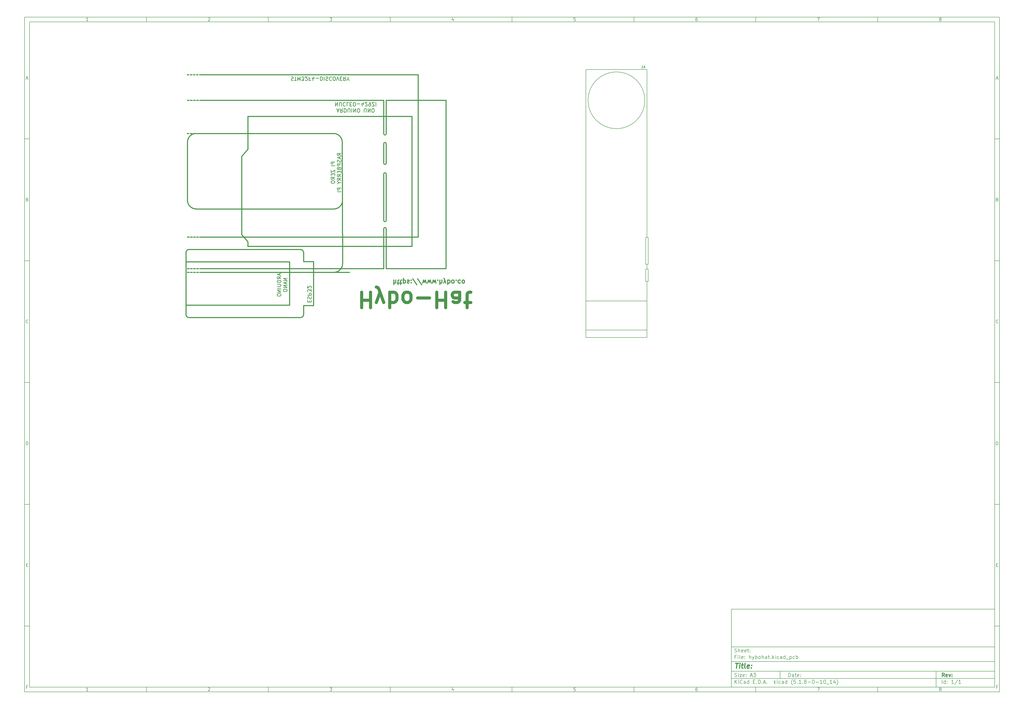
<source format=gbr>
G04 #@! TF.GenerationSoftware,KiCad,Pcbnew,(5.1.8-0-10_14)*
G04 #@! TF.CreationDate,2020-11-12T14:08:57+09:00*
G04 #@! TF.ProjectId,hybohat,6879626f-6861-4742-9e6b-696361645f70,rev?*
G04 #@! TF.SameCoordinates,Original*
G04 #@! TF.FileFunction,Legend,Bot*
G04 #@! TF.FilePolarity,Positive*
%FSLAX46Y46*%
G04 Gerber Fmt 4.6, Leading zero omitted, Abs format (unit mm)*
G04 Created by KiCad (PCBNEW (5.1.8-0-10_14)) date 2020-11-12 14:08:57*
%MOMM*%
%LPD*%
G01*
G04 APERTURE LIST*
%ADD10C,0.100000*%
%ADD11C,0.150000*%
%ADD12C,0.300000*%
%ADD13C,0.400000*%
%ADD14C,0.381000*%
%ADD15C,0.254000*%
%ADD16C,1.270000*%
%ADD17C,0.200000*%
G04 APERTURE END LIST*
D10*
D11*
X299989000Y-253002200D02*
X299989000Y-285002200D01*
X407989000Y-285002200D01*
X407989000Y-253002200D01*
X299989000Y-253002200D01*
D10*
D11*
X10000000Y-10000000D02*
X10000000Y-287002200D01*
X409989000Y-287002200D01*
X409989000Y-10000000D01*
X10000000Y-10000000D01*
D10*
D11*
X12000000Y-12000000D02*
X12000000Y-285002200D01*
X407989000Y-285002200D01*
X407989000Y-12000000D01*
X12000000Y-12000000D01*
D10*
D11*
X60000000Y-12000000D02*
X60000000Y-10000000D01*
D10*
D11*
X110000000Y-12000000D02*
X110000000Y-10000000D01*
D10*
D11*
X160000000Y-12000000D02*
X160000000Y-10000000D01*
D10*
D11*
X210000000Y-12000000D02*
X210000000Y-10000000D01*
D10*
D11*
X260000000Y-12000000D02*
X260000000Y-10000000D01*
D10*
D11*
X310000000Y-12000000D02*
X310000000Y-10000000D01*
D10*
D11*
X360000000Y-12000000D02*
X360000000Y-10000000D01*
D10*
D11*
X36065476Y-11588095D02*
X35322619Y-11588095D01*
X35694047Y-11588095D02*
X35694047Y-10288095D01*
X35570238Y-10473809D01*
X35446428Y-10597619D01*
X35322619Y-10659523D01*
D10*
D11*
X85322619Y-10411904D02*
X85384523Y-10350000D01*
X85508333Y-10288095D01*
X85817857Y-10288095D01*
X85941666Y-10350000D01*
X86003571Y-10411904D01*
X86065476Y-10535714D01*
X86065476Y-10659523D01*
X86003571Y-10845238D01*
X85260714Y-11588095D01*
X86065476Y-11588095D01*
D10*
D11*
X135260714Y-10288095D02*
X136065476Y-10288095D01*
X135632142Y-10783333D01*
X135817857Y-10783333D01*
X135941666Y-10845238D01*
X136003571Y-10907142D01*
X136065476Y-11030952D01*
X136065476Y-11340476D01*
X136003571Y-11464285D01*
X135941666Y-11526190D01*
X135817857Y-11588095D01*
X135446428Y-11588095D01*
X135322619Y-11526190D01*
X135260714Y-11464285D01*
D10*
D11*
X185941666Y-10721428D02*
X185941666Y-11588095D01*
X185632142Y-10226190D02*
X185322619Y-11154761D01*
X186127380Y-11154761D01*
D10*
D11*
X236003571Y-10288095D02*
X235384523Y-10288095D01*
X235322619Y-10907142D01*
X235384523Y-10845238D01*
X235508333Y-10783333D01*
X235817857Y-10783333D01*
X235941666Y-10845238D01*
X236003571Y-10907142D01*
X236065476Y-11030952D01*
X236065476Y-11340476D01*
X236003571Y-11464285D01*
X235941666Y-11526190D01*
X235817857Y-11588095D01*
X235508333Y-11588095D01*
X235384523Y-11526190D01*
X235322619Y-11464285D01*
D10*
D11*
X285941666Y-10288095D02*
X285694047Y-10288095D01*
X285570238Y-10350000D01*
X285508333Y-10411904D01*
X285384523Y-10597619D01*
X285322619Y-10845238D01*
X285322619Y-11340476D01*
X285384523Y-11464285D01*
X285446428Y-11526190D01*
X285570238Y-11588095D01*
X285817857Y-11588095D01*
X285941666Y-11526190D01*
X286003571Y-11464285D01*
X286065476Y-11340476D01*
X286065476Y-11030952D01*
X286003571Y-10907142D01*
X285941666Y-10845238D01*
X285817857Y-10783333D01*
X285570238Y-10783333D01*
X285446428Y-10845238D01*
X285384523Y-10907142D01*
X285322619Y-11030952D01*
D10*
D11*
X335260714Y-10288095D02*
X336127380Y-10288095D01*
X335570238Y-11588095D01*
D10*
D11*
X385570238Y-10845238D02*
X385446428Y-10783333D01*
X385384523Y-10721428D01*
X385322619Y-10597619D01*
X385322619Y-10535714D01*
X385384523Y-10411904D01*
X385446428Y-10350000D01*
X385570238Y-10288095D01*
X385817857Y-10288095D01*
X385941666Y-10350000D01*
X386003571Y-10411904D01*
X386065476Y-10535714D01*
X386065476Y-10597619D01*
X386003571Y-10721428D01*
X385941666Y-10783333D01*
X385817857Y-10845238D01*
X385570238Y-10845238D01*
X385446428Y-10907142D01*
X385384523Y-10969047D01*
X385322619Y-11092857D01*
X385322619Y-11340476D01*
X385384523Y-11464285D01*
X385446428Y-11526190D01*
X385570238Y-11588095D01*
X385817857Y-11588095D01*
X385941666Y-11526190D01*
X386003571Y-11464285D01*
X386065476Y-11340476D01*
X386065476Y-11092857D01*
X386003571Y-10969047D01*
X385941666Y-10907142D01*
X385817857Y-10845238D01*
D10*
D11*
X60000000Y-285002200D02*
X60000000Y-287002200D01*
D10*
D11*
X110000000Y-285002200D02*
X110000000Y-287002200D01*
D10*
D11*
X160000000Y-285002200D02*
X160000000Y-287002200D01*
D10*
D11*
X210000000Y-285002200D02*
X210000000Y-287002200D01*
D10*
D11*
X260000000Y-285002200D02*
X260000000Y-287002200D01*
D10*
D11*
X310000000Y-285002200D02*
X310000000Y-287002200D01*
D10*
D11*
X360000000Y-285002200D02*
X360000000Y-287002200D01*
D10*
D11*
X36065476Y-286590295D02*
X35322619Y-286590295D01*
X35694047Y-286590295D02*
X35694047Y-285290295D01*
X35570238Y-285476009D01*
X35446428Y-285599819D01*
X35322619Y-285661723D01*
D10*
D11*
X85322619Y-285414104D02*
X85384523Y-285352200D01*
X85508333Y-285290295D01*
X85817857Y-285290295D01*
X85941666Y-285352200D01*
X86003571Y-285414104D01*
X86065476Y-285537914D01*
X86065476Y-285661723D01*
X86003571Y-285847438D01*
X85260714Y-286590295D01*
X86065476Y-286590295D01*
D10*
D11*
X135260714Y-285290295D02*
X136065476Y-285290295D01*
X135632142Y-285785533D01*
X135817857Y-285785533D01*
X135941666Y-285847438D01*
X136003571Y-285909342D01*
X136065476Y-286033152D01*
X136065476Y-286342676D01*
X136003571Y-286466485D01*
X135941666Y-286528390D01*
X135817857Y-286590295D01*
X135446428Y-286590295D01*
X135322619Y-286528390D01*
X135260714Y-286466485D01*
D10*
D11*
X185941666Y-285723628D02*
X185941666Y-286590295D01*
X185632142Y-285228390D02*
X185322619Y-286156961D01*
X186127380Y-286156961D01*
D10*
D11*
X236003571Y-285290295D02*
X235384523Y-285290295D01*
X235322619Y-285909342D01*
X235384523Y-285847438D01*
X235508333Y-285785533D01*
X235817857Y-285785533D01*
X235941666Y-285847438D01*
X236003571Y-285909342D01*
X236065476Y-286033152D01*
X236065476Y-286342676D01*
X236003571Y-286466485D01*
X235941666Y-286528390D01*
X235817857Y-286590295D01*
X235508333Y-286590295D01*
X235384523Y-286528390D01*
X235322619Y-286466485D01*
D10*
D11*
X285941666Y-285290295D02*
X285694047Y-285290295D01*
X285570238Y-285352200D01*
X285508333Y-285414104D01*
X285384523Y-285599819D01*
X285322619Y-285847438D01*
X285322619Y-286342676D01*
X285384523Y-286466485D01*
X285446428Y-286528390D01*
X285570238Y-286590295D01*
X285817857Y-286590295D01*
X285941666Y-286528390D01*
X286003571Y-286466485D01*
X286065476Y-286342676D01*
X286065476Y-286033152D01*
X286003571Y-285909342D01*
X285941666Y-285847438D01*
X285817857Y-285785533D01*
X285570238Y-285785533D01*
X285446428Y-285847438D01*
X285384523Y-285909342D01*
X285322619Y-286033152D01*
D10*
D11*
X335260714Y-285290295D02*
X336127380Y-285290295D01*
X335570238Y-286590295D01*
D10*
D11*
X385570238Y-285847438D02*
X385446428Y-285785533D01*
X385384523Y-285723628D01*
X385322619Y-285599819D01*
X385322619Y-285537914D01*
X385384523Y-285414104D01*
X385446428Y-285352200D01*
X385570238Y-285290295D01*
X385817857Y-285290295D01*
X385941666Y-285352200D01*
X386003571Y-285414104D01*
X386065476Y-285537914D01*
X386065476Y-285599819D01*
X386003571Y-285723628D01*
X385941666Y-285785533D01*
X385817857Y-285847438D01*
X385570238Y-285847438D01*
X385446428Y-285909342D01*
X385384523Y-285971247D01*
X385322619Y-286095057D01*
X385322619Y-286342676D01*
X385384523Y-286466485D01*
X385446428Y-286528390D01*
X385570238Y-286590295D01*
X385817857Y-286590295D01*
X385941666Y-286528390D01*
X386003571Y-286466485D01*
X386065476Y-286342676D01*
X386065476Y-286095057D01*
X386003571Y-285971247D01*
X385941666Y-285909342D01*
X385817857Y-285847438D01*
D10*
D11*
X10000000Y-60000000D02*
X12000000Y-60000000D01*
D10*
D11*
X10000000Y-110000000D02*
X12000000Y-110000000D01*
D10*
D11*
X10000000Y-160000000D02*
X12000000Y-160000000D01*
D10*
D11*
X10000000Y-210000000D02*
X12000000Y-210000000D01*
D10*
D11*
X10000000Y-260000000D02*
X12000000Y-260000000D01*
D10*
D11*
X10690476Y-35216666D02*
X11309523Y-35216666D01*
X10566666Y-35588095D02*
X11000000Y-34288095D01*
X11433333Y-35588095D01*
D10*
D11*
X11092857Y-84907142D02*
X11278571Y-84969047D01*
X11340476Y-85030952D01*
X11402380Y-85154761D01*
X11402380Y-85340476D01*
X11340476Y-85464285D01*
X11278571Y-85526190D01*
X11154761Y-85588095D01*
X10659523Y-85588095D01*
X10659523Y-84288095D01*
X11092857Y-84288095D01*
X11216666Y-84350000D01*
X11278571Y-84411904D01*
X11340476Y-84535714D01*
X11340476Y-84659523D01*
X11278571Y-84783333D01*
X11216666Y-84845238D01*
X11092857Y-84907142D01*
X10659523Y-84907142D01*
D10*
D11*
X11402380Y-135464285D02*
X11340476Y-135526190D01*
X11154761Y-135588095D01*
X11030952Y-135588095D01*
X10845238Y-135526190D01*
X10721428Y-135402380D01*
X10659523Y-135278571D01*
X10597619Y-135030952D01*
X10597619Y-134845238D01*
X10659523Y-134597619D01*
X10721428Y-134473809D01*
X10845238Y-134350000D01*
X11030952Y-134288095D01*
X11154761Y-134288095D01*
X11340476Y-134350000D01*
X11402380Y-134411904D01*
D10*
D11*
X10659523Y-185588095D02*
X10659523Y-184288095D01*
X10969047Y-184288095D01*
X11154761Y-184350000D01*
X11278571Y-184473809D01*
X11340476Y-184597619D01*
X11402380Y-184845238D01*
X11402380Y-185030952D01*
X11340476Y-185278571D01*
X11278571Y-185402380D01*
X11154761Y-185526190D01*
X10969047Y-185588095D01*
X10659523Y-185588095D01*
D10*
D11*
X10721428Y-234907142D02*
X11154761Y-234907142D01*
X11340476Y-235588095D02*
X10721428Y-235588095D01*
X10721428Y-234288095D01*
X11340476Y-234288095D01*
D10*
D11*
X11185714Y-284907142D02*
X10752380Y-284907142D01*
X10752380Y-285588095D02*
X10752380Y-284288095D01*
X11371428Y-284288095D01*
D10*
D11*
X409989000Y-60000000D02*
X407989000Y-60000000D01*
D10*
D11*
X409989000Y-110000000D02*
X407989000Y-110000000D01*
D10*
D11*
X409989000Y-160000000D02*
X407989000Y-160000000D01*
D10*
D11*
X409989000Y-210000000D02*
X407989000Y-210000000D01*
D10*
D11*
X409989000Y-260000000D02*
X407989000Y-260000000D01*
D10*
D11*
X408679476Y-35216666D02*
X409298523Y-35216666D01*
X408555666Y-35588095D02*
X408989000Y-34288095D01*
X409422333Y-35588095D01*
D10*
D11*
X409081857Y-84907142D02*
X409267571Y-84969047D01*
X409329476Y-85030952D01*
X409391380Y-85154761D01*
X409391380Y-85340476D01*
X409329476Y-85464285D01*
X409267571Y-85526190D01*
X409143761Y-85588095D01*
X408648523Y-85588095D01*
X408648523Y-84288095D01*
X409081857Y-84288095D01*
X409205666Y-84350000D01*
X409267571Y-84411904D01*
X409329476Y-84535714D01*
X409329476Y-84659523D01*
X409267571Y-84783333D01*
X409205666Y-84845238D01*
X409081857Y-84907142D01*
X408648523Y-84907142D01*
D10*
D11*
X409391380Y-135464285D02*
X409329476Y-135526190D01*
X409143761Y-135588095D01*
X409019952Y-135588095D01*
X408834238Y-135526190D01*
X408710428Y-135402380D01*
X408648523Y-135278571D01*
X408586619Y-135030952D01*
X408586619Y-134845238D01*
X408648523Y-134597619D01*
X408710428Y-134473809D01*
X408834238Y-134350000D01*
X409019952Y-134288095D01*
X409143761Y-134288095D01*
X409329476Y-134350000D01*
X409391380Y-134411904D01*
D10*
D11*
X408648523Y-185588095D02*
X408648523Y-184288095D01*
X408958047Y-184288095D01*
X409143761Y-184350000D01*
X409267571Y-184473809D01*
X409329476Y-184597619D01*
X409391380Y-184845238D01*
X409391380Y-185030952D01*
X409329476Y-185278571D01*
X409267571Y-185402380D01*
X409143761Y-185526190D01*
X408958047Y-185588095D01*
X408648523Y-185588095D01*
D10*
D11*
X408710428Y-234907142D02*
X409143761Y-234907142D01*
X409329476Y-235588095D02*
X408710428Y-235588095D01*
X408710428Y-234288095D01*
X409329476Y-234288095D01*
D10*
D11*
X409174714Y-284907142D02*
X408741380Y-284907142D01*
X408741380Y-285588095D02*
X408741380Y-284288095D01*
X409360428Y-284288095D01*
D10*
D11*
X323421142Y-280780771D02*
X323421142Y-279280771D01*
X323778285Y-279280771D01*
X323992571Y-279352200D01*
X324135428Y-279495057D01*
X324206857Y-279637914D01*
X324278285Y-279923628D01*
X324278285Y-280137914D01*
X324206857Y-280423628D01*
X324135428Y-280566485D01*
X323992571Y-280709342D01*
X323778285Y-280780771D01*
X323421142Y-280780771D01*
X325564000Y-280780771D02*
X325564000Y-279995057D01*
X325492571Y-279852200D01*
X325349714Y-279780771D01*
X325064000Y-279780771D01*
X324921142Y-279852200D01*
X325564000Y-280709342D02*
X325421142Y-280780771D01*
X325064000Y-280780771D01*
X324921142Y-280709342D01*
X324849714Y-280566485D01*
X324849714Y-280423628D01*
X324921142Y-280280771D01*
X325064000Y-280209342D01*
X325421142Y-280209342D01*
X325564000Y-280137914D01*
X326064000Y-279780771D02*
X326635428Y-279780771D01*
X326278285Y-279280771D02*
X326278285Y-280566485D01*
X326349714Y-280709342D01*
X326492571Y-280780771D01*
X326635428Y-280780771D01*
X327706857Y-280709342D02*
X327564000Y-280780771D01*
X327278285Y-280780771D01*
X327135428Y-280709342D01*
X327064000Y-280566485D01*
X327064000Y-279995057D01*
X327135428Y-279852200D01*
X327278285Y-279780771D01*
X327564000Y-279780771D01*
X327706857Y-279852200D01*
X327778285Y-279995057D01*
X327778285Y-280137914D01*
X327064000Y-280280771D01*
X328421142Y-280637914D02*
X328492571Y-280709342D01*
X328421142Y-280780771D01*
X328349714Y-280709342D01*
X328421142Y-280637914D01*
X328421142Y-280780771D01*
X328421142Y-279852200D02*
X328492571Y-279923628D01*
X328421142Y-279995057D01*
X328349714Y-279923628D01*
X328421142Y-279852200D01*
X328421142Y-279995057D01*
D10*
D11*
X299989000Y-281502200D02*
X407989000Y-281502200D01*
D10*
D11*
X301421142Y-283580771D02*
X301421142Y-282080771D01*
X302278285Y-283580771D02*
X301635428Y-282723628D01*
X302278285Y-282080771D02*
X301421142Y-282937914D01*
X302921142Y-283580771D02*
X302921142Y-282580771D01*
X302921142Y-282080771D02*
X302849714Y-282152200D01*
X302921142Y-282223628D01*
X302992571Y-282152200D01*
X302921142Y-282080771D01*
X302921142Y-282223628D01*
X304492571Y-283437914D02*
X304421142Y-283509342D01*
X304206857Y-283580771D01*
X304064000Y-283580771D01*
X303849714Y-283509342D01*
X303706857Y-283366485D01*
X303635428Y-283223628D01*
X303564000Y-282937914D01*
X303564000Y-282723628D01*
X303635428Y-282437914D01*
X303706857Y-282295057D01*
X303849714Y-282152200D01*
X304064000Y-282080771D01*
X304206857Y-282080771D01*
X304421142Y-282152200D01*
X304492571Y-282223628D01*
X305778285Y-283580771D02*
X305778285Y-282795057D01*
X305706857Y-282652200D01*
X305564000Y-282580771D01*
X305278285Y-282580771D01*
X305135428Y-282652200D01*
X305778285Y-283509342D02*
X305635428Y-283580771D01*
X305278285Y-283580771D01*
X305135428Y-283509342D01*
X305064000Y-283366485D01*
X305064000Y-283223628D01*
X305135428Y-283080771D01*
X305278285Y-283009342D01*
X305635428Y-283009342D01*
X305778285Y-282937914D01*
X307135428Y-283580771D02*
X307135428Y-282080771D01*
X307135428Y-283509342D02*
X306992571Y-283580771D01*
X306706857Y-283580771D01*
X306564000Y-283509342D01*
X306492571Y-283437914D01*
X306421142Y-283295057D01*
X306421142Y-282866485D01*
X306492571Y-282723628D01*
X306564000Y-282652200D01*
X306706857Y-282580771D01*
X306992571Y-282580771D01*
X307135428Y-282652200D01*
X308992571Y-282795057D02*
X309492571Y-282795057D01*
X309706857Y-283580771D02*
X308992571Y-283580771D01*
X308992571Y-282080771D01*
X309706857Y-282080771D01*
X310349714Y-283437914D02*
X310421142Y-283509342D01*
X310349714Y-283580771D01*
X310278285Y-283509342D01*
X310349714Y-283437914D01*
X310349714Y-283580771D01*
X311064000Y-283580771D02*
X311064000Y-282080771D01*
X311421142Y-282080771D01*
X311635428Y-282152200D01*
X311778285Y-282295057D01*
X311849714Y-282437914D01*
X311921142Y-282723628D01*
X311921142Y-282937914D01*
X311849714Y-283223628D01*
X311778285Y-283366485D01*
X311635428Y-283509342D01*
X311421142Y-283580771D01*
X311064000Y-283580771D01*
X312564000Y-283437914D02*
X312635428Y-283509342D01*
X312564000Y-283580771D01*
X312492571Y-283509342D01*
X312564000Y-283437914D01*
X312564000Y-283580771D01*
X313206857Y-283152200D02*
X313921142Y-283152200D01*
X313064000Y-283580771D02*
X313564000Y-282080771D01*
X314064000Y-283580771D01*
X314564000Y-283437914D02*
X314635428Y-283509342D01*
X314564000Y-283580771D01*
X314492571Y-283509342D01*
X314564000Y-283437914D01*
X314564000Y-283580771D01*
X317564000Y-283580771D02*
X317564000Y-282080771D01*
X317706857Y-283009342D02*
X318135428Y-283580771D01*
X318135428Y-282580771D02*
X317564000Y-283152200D01*
X318778285Y-283580771D02*
X318778285Y-282580771D01*
X318778285Y-282080771D02*
X318706857Y-282152200D01*
X318778285Y-282223628D01*
X318849714Y-282152200D01*
X318778285Y-282080771D01*
X318778285Y-282223628D01*
X320135428Y-283509342D02*
X319992571Y-283580771D01*
X319706857Y-283580771D01*
X319564000Y-283509342D01*
X319492571Y-283437914D01*
X319421142Y-283295057D01*
X319421142Y-282866485D01*
X319492571Y-282723628D01*
X319564000Y-282652200D01*
X319706857Y-282580771D01*
X319992571Y-282580771D01*
X320135428Y-282652200D01*
X321421142Y-283580771D02*
X321421142Y-282795057D01*
X321349714Y-282652200D01*
X321206857Y-282580771D01*
X320921142Y-282580771D01*
X320778285Y-282652200D01*
X321421142Y-283509342D02*
X321278285Y-283580771D01*
X320921142Y-283580771D01*
X320778285Y-283509342D01*
X320706857Y-283366485D01*
X320706857Y-283223628D01*
X320778285Y-283080771D01*
X320921142Y-283009342D01*
X321278285Y-283009342D01*
X321421142Y-282937914D01*
X322778285Y-283580771D02*
X322778285Y-282080771D01*
X322778285Y-283509342D02*
X322635428Y-283580771D01*
X322349714Y-283580771D01*
X322206857Y-283509342D01*
X322135428Y-283437914D01*
X322064000Y-283295057D01*
X322064000Y-282866485D01*
X322135428Y-282723628D01*
X322206857Y-282652200D01*
X322349714Y-282580771D01*
X322635428Y-282580771D01*
X322778285Y-282652200D01*
X325064000Y-284152200D02*
X324992571Y-284080771D01*
X324849714Y-283866485D01*
X324778285Y-283723628D01*
X324706857Y-283509342D01*
X324635428Y-283152200D01*
X324635428Y-282866485D01*
X324706857Y-282509342D01*
X324778285Y-282295057D01*
X324849714Y-282152200D01*
X324992571Y-281937914D01*
X325064000Y-281866485D01*
X326349714Y-282080771D02*
X325635428Y-282080771D01*
X325564000Y-282795057D01*
X325635428Y-282723628D01*
X325778285Y-282652200D01*
X326135428Y-282652200D01*
X326278285Y-282723628D01*
X326349714Y-282795057D01*
X326421142Y-282937914D01*
X326421142Y-283295057D01*
X326349714Y-283437914D01*
X326278285Y-283509342D01*
X326135428Y-283580771D01*
X325778285Y-283580771D01*
X325635428Y-283509342D01*
X325564000Y-283437914D01*
X327064000Y-283437914D02*
X327135428Y-283509342D01*
X327064000Y-283580771D01*
X326992571Y-283509342D01*
X327064000Y-283437914D01*
X327064000Y-283580771D01*
X328564000Y-283580771D02*
X327706857Y-283580771D01*
X328135428Y-283580771D02*
X328135428Y-282080771D01*
X327992571Y-282295057D01*
X327849714Y-282437914D01*
X327706857Y-282509342D01*
X329206857Y-283437914D02*
X329278285Y-283509342D01*
X329206857Y-283580771D01*
X329135428Y-283509342D01*
X329206857Y-283437914D01*
X329206857Y-283580771D01*
X330135428Y-282723628D02*
X329992571Y-282652200D01*
X329921142Y-282580771D01*
X329849714Y-282437914D01*
X329849714Y-282366485D01*
X329921142Y-282223628D01*
X329992571Y-282152200D01*
X330135428Y-282080771D01*
X330421142Y-282080771D01*
X330564000Y-282152200D01*
X330635428Y-282223628D01*
X330706857Y-282366485D01*
X330706857Y-282437914D01*
X330635428Y-282580771D01*
X330564000Y-282652200D01*
X330421142Y-282723628D01*
X330135428Y-282723628D01*
X329992571Y-282795057D01*
X329921142Y-282866485D01*
X329849714Y-283009342D01*
X329849714Y-283295057D01*
X329921142Y-283437914D01*
X329992571Y-283509342D01*
X330135428Y-283580771D01*
X330421142Y-283580771D01*
X330564000Y-283509342D01*
X330635428Y-283437914D01*
X330706857Y-283295057D01*
X330706857Y-283009342D01*
X330635428Y-282866485D01*
X330564000Y-282795057D01*
X330421142Y-282723628D01*
X331349714Y-283009342D02*
X332492571Y-283009342D01*
X333492571Y-282080771D02*
X333635428Y-282080771D01*
X333778285Y-282152200D01*
X333849714Y-282223628D01*
X333921142Y-282366485D01*
X333992571Y-282652200D01*
X333992571Y-283009342D01*
X333921142Y-283295057D01*
X333849714Y-283437914D01*
X333778285Y-283509342D01*
X333635428Y-283580771D01*
X333492571Y-283580771D01*
X333349714Y-283509342D01*
X333278285Y-283437914D01*
X333206857Y-283295057D01*
X333135428Y-283009342D01*
X333135428Y-282652200D01*
X333206857Y-282366485D01*
X333278285Y-282223628D01*
X333349714Y-282152200D01*
X333492571Y-282080771D01*
X334635428Y-283009342D02*
X335778285Y-283009342D01*
X337278285Y-283580771D02*
X336421142Y-283580771D01*
X336849714Y-283580771D02*
X336849714Y-282080771D01*
X336706857Y-282295057D01*
X336564000Y-282437914D01*
X336421142Y-282509342D01*
X338206857Y-282080771D02*
X338349714Y-282080771D01*
X338492571Y-282152200D01*
X338564000Y-282223628D01*
X338635428Y-282366485D01*
X338706857Y-282652200D01*
X338706857Y-283009342D01*
X338635428Y-283295057D01*
X338564000Y-283437914D01*
X338492571Y-283509342D01*
X338349714Y-283580771D01*
X338206857Y-283580771D01*
X338064000Y-283509342D01*
X337992571Y-283437914D01*
X337921142Y-283295057D01*
X337849714Y-283009342D01*
X337849714Y-282652200D01*
X337921142Y-282366485D01*
X337992571Y-282223628D01*
X338064000Y-282152200D01*
X338206857Y-282080771D01*
X338992571Y-283723628D02*
X340135428Y-283723628D01*
X341278285Y-283580771D02*
X340421142Y-283580771D01*
X340849714Y-283580771D02*
X340849714Y-282080771D01*
X340706857Y-282295057D01*
X340564000Y-282437914D01*
X340421142Y-282509342D01*
X342564000Y-282580771D02*
X342564000Y-283580771D01*
X342206857Y-282009342D02*
X341849714Y-283080771D01*
X342778285Y-283080771D01*
X343206857Y-284152200D02*
X343278285Y-284080771D01*
X343421142Y-283866485D01*
X343492571Y-283723628D01*
X343564000Y-283509342D01*
X343635428Y-283152200D01*
X343635428Y-282866485D01*
X343564000Y-282509342D01*
X343492571Y-282295057D01*
X343421142Y-282152200D01*
X343278285Y-281937914D01*
X343206857Y-281866485D01*
D10*
D11*
X299989000Y-278502200D02*
X407989000Y-278502200D01*
D10*
D12*
X387398285Y-280780771D02*
X386898285Y-280066485D01*
X386541142Y-280780771D02*
X386541142Y-279280771D01*
X387112571Y-279280771D01*
X387255428Y-279352200D01*
X387326857Y-279423628D01*
X387398285Y-279566485D01*
X387398285Y-279780771D01*
X387326857Y-279923628D01*
X387255428Y-279995057D01*
X387112571Y-280066485D01*
X386541142Y-280066485D01*
X388612571Y-280709342D02*
X388469714Y-280780771D01*
X388184000Y-280780771D01*
X388041142Y-280709342D01*
X387969714Y-280566485D01*
X387969714Y-279995057D01*
X388041142Y-279852200D01*
X388184000Y-279780771D01*
X388469714Y-279780771D01*
X388612571Y-279852200D01*
X388684000Y-279995057D01*
X388684000Y-280137914D01*
X387969714Y-280280771D01*
X389184000Y-279780771D02*
X389541142Y-280780771D01*
X389898285Y-279780771D01*
X390469714Y-280637914D02*
X390541142Y-280709342D01*
X390469714Y-280780771D01*
X390398285Y-280709342D01*
X390469714Y-280637914D01*
X390469714Y-280780771D01*
X390469714Y-279852200D02*
X390541142Y-279923628D01*
X390469714Y-279995057D01*
X390398285Y-279923628D01*
X390469714Y-279852200D01*
X390469714Y-279995057D01*
D10*
D11*
X301349714Y-280709342D02*
X301564000Y-280780771D01*
X301921142Y-280780771D01*
X302064000Y-280709342D01*
X302135428Y-280637914D01*
X302206857Y-280495057D01*
X302206857Y-280352200D01*
X302135428Y-280209342D01*
X302064000Y-280137914D01*
X301921142Y-280066485D01*
X301635428Y-279995057D01*
X301492571Y-279923628D01*
X301421142Y-279852200D01*
X301349714Y-279709342D01*
X301349714Y-279566485D01*
X301421142Y-279423628D01*
X301492571Y-279352200D01*
X301635428Y-279280771D01*
X301992571Y-279280771D01*
X302206857Y-279352200D01*
X302849714Y-280780771D02*
X302849714Y-279780771D01*
X302849714Y-279280771D02*
X302778285Y-279352200D01*
X302849714Y-279423628D01*
X302921142Y-279352200D01*
X302849714Y-279280771D01*
X302849714Y-279423628D01*
X303421142Y-279780771D02*
X304206857Y-279780771D01*
X303421142Y-280780771D01*
X304206857Y-280780771D01*
X305349714Y-280709342D02*
X305206857Y-280780771D01*
X304921142Y-280780771D01*
X304778285Y-280709342D01*
X304706857Y-280566485D01*
X304706857Y-279995057D01*
X304778285Y-279852200D01*
X304921142Y-279780771D01*
X305206857Y-279780771D01*
X305349714Y-279852200D01*
X305421142Y-279995057D01*
X305421142Y-280137914D01*
X304706857Y-280280771D01*
X306064000Y-280637914D02*
X306135428Y-280709342D01*
X306064000Y-280780771D01*
X305992571Y-280709342D01*
X306064000Y-280637914D01*
X306064000Y-280780771D01*
X306064000Y-279852200D02*
X306135428Y-279923628D01*
X306064000Y-279995057D01*
X305992571Y-279923628D01*
X306064000Y-279852200D01*
X306064000Y-279995057D01*
X307849714Y-280352200D02*
X308564000Y-280352200D01*
X307706857Y-280780771D02*
X308206857Y-279280771D01*
X308706857Y-280780771D01*
X309064000Y-279280771D02*
X309992571Y-279280771D01*
X309492571Y-279852200D01*
X309706857Y-279852200D01*
X309849714Y-279923628D01*
X309921142Y-279995057D01*
X309992571Y-280137914D01*
X309992571Y-280495057D01*
X309921142Y-280637914D01*
X309849714Y-280709342D01*
X309706857Y-280780771D01*
X309278285Y-280780771D01*
X309135428Y-280709342D01*
X309064000Y-280637914D01*
D10*
D11*
X386421142Y-283580771D02*
X386421142Y-282080771D01*
X387778285Y-283580771D02*
X387778285Y-282080771D01*
X387778285Y-283509342D02*
X387635428Y-283580771D01*
X387349714Y-283580771D01*
X387206857Y-283509342D01*
X387135428Y-283437914D01*
X387064000Y-283295057D01*
X387064000Y-282866485D01*
X387135428Y-282723628D01*
X387206857Y-282652200D01*
X387349714Y-282580771D01*
X387635428Y-282580771D01*
X387778285Y-282652200D01*
X388492571Y-283437914D02*
X388564000Y-283509342D01*
X388492571Y-283580771D01*
X388421142Y-283509342D01*
X388492571Y-283437914D01*
X388492571Y-283580771D01*
X388492571Y-282652200D02*
X388564000Y-282723628D01*
X388492571Y-282795057D01*
X388421142Y-282723628D01*
X388492571Y-282652200D01*
X388492571Y-282795057D01*
X391135428Y-283580771D02*
X390278285Y-283580771D01*
X390706857Y-283580771D02*
X390706857Y-282080771D01*
X390564000Y-282295057D01*
X390421142Y-282437914D01*
X390278285Y-282509342D01*
X392849714Y-282009342D02*
X391564000Y-283937914D01*
X394135428Y-283580771D02*
X393278285Y-283580771D01*
X393706857Y-283580771D02*
X393706857Y-282080771D01*
X393564000Y-282295057D01*
X393421142Y-282437914D01*
X393278285Y-282509342D01*
D10*
D11*
X299989000Y-274502200D02*
X407989000Y-274502200D01*
D10*
D13*
X301701380Y-275206961D02*
X302844238Y-275206961D01*
X302022809Y-277206961D02*
X302272809Y-275206961D01*
X303260904Y-277206961D02*
X303427571Y-275873628D01*
X303510904Y-275206961D02*
X303403761Y-275302200D01*
X303487095Y-275397438D01*
X303594238Y-275302200D01*
X303510904Y-275206961D01*
X303487095Y-275397438D01*
X304094238Y-275873628D02*
X304856142Y-275873628D01*
X304463285Y-275206961D02*
X304249000Y-276921247D01*
X304320428Y-277111723D01*
X304499000Y-277206961D01*
X304689476Y-277206961D01*
X305641857Y-277206961D02*
X305463285Y-277111723D01*
X305391857Y-276921247D01*
X305606142Y-275206961D01*
X307177571Y-277111723D02*
X306975190Y-277206961D01*
X306594238Y-277206961D01*
X306415666Y-277111723D01*
X306344238Y-276921247D01*
X306439476Y-276159342D01*
X306558523Y-275968866D01*
X306760904Y-275873628D01*
X307141857Y-275873628D01*
X307320428Y-275968866D01*
X307391857Y-276159342D01*
X307368047Y-276349819D01*
X306391857Y-276540295D01*
X308141857Y-277016485D02*
X308225190Y-277111723D01*
X308118047Y-277206961D01*
X308034714Y-277111723D01*
X308141857Y-277016485D01*
X308118047Y-277206961D01*
X308272809Y-275968866D02*
X308356142Y-276064104D01*
X308249000Y-276159342D01*
X308165666Y-276064104D01*
X308272809Y-275968866D01*
X308249000Y-276159342D01*
D10*
D11*
X301921142Y-272595057D02*
X301421142Y-272595057D01*
X301421142Y-273380771D02*
X301421142Y-271880771D01*
X302135428Y-271880771D01*
X302706857Y-273380771D02*
X302706857Y-272380771D01*
X302706857Y-271880771D02*
X302635428Y-271952200D01*
X302706857Y-272023628D01*
X302778285Y-271952200D01*
X302706857Y-271880771D01*
X302706857Y-272023628D01*
X303635428Y-273380771D02*
X303492571Y-273309342D01*
X303421142Y-273166485D01*
X303421142Y-271880771D01*
X304778285Y-273309342D02*
X304635428Y-273380771D01*
X304349714Y-273380771D01*
X304206857Y-273309342D01*
X304135428Y-273166485D01*
X304135428Y-272595057D01*
X304206857Y-272452200D01*
X304349714Y-272380771D01*
X304635428Y-272380771D01*
X304778285Y-272452200D01*
X304849714Y-272595057D01*
X304849714Y-272737914D01*
X304135428Y-272880771D01*
X305492571Y-273237914D02*
X305564000Y-273309342D01*
X305492571Y-273380771D01*
X305421142Y-273309342D01*
X305492571Y-273237914D01*
X305492571Y-273380771D01*
X305492571Y-272452200D02*
X305564000Y-272523628D01*
X305492571Y-272595057D01*
X305421142Y-272523628D01*
X305492571Y-272452200D01*
X305492571Y-272595057D01*
X307349714Y-273380771D02*
X307349714Y-271880771D01*
X307992571Y-273380771D02*
X307992571Y-272595057D01*
X307921142Y-272452200D01*
X307778285Y-272380771D01*
X307564000Y-272380771D01*
X307421142Y-272452200D01*
X307349714Y-272523628D01*
X308564000Y-272380771D02*
X308921142Y-273380771D01*
X309278285Y-272380771D02*
X308921142Y-273380771D01*
X308778285Y-273737914D01*
X308706857Y-273809342D01*
X308564000Y-273880771D01*
X309849714Y-273380771D02*
X309849714Y-271880771D01*
X309849714Y-272452200D02*
X309992571Y-272380771D01*
X310278285Y-272380771D01*
X310421142Y-272452200D01*
X310492571Y-272523628D01*
X310564000Y-272666485D01*
X310564000Y-273095057D01*
X310492571Y-273237914D01*
X310421142Y-273309342D01*
X310278285Y-273380771D01*
X309992571Y-273380771D01*
X309849714Y-273309342D01*
X311421142Y-273380771D02*
X311278285Y-273309342D01*
X311206857Y-273237914D01*
X311135428Y-273095057D01*
X311135428Y-272666485D01*
X311206857Y-272523628D01*
X311278285Y-272452200D01*
X311421142Y-272380771D01*
X311635428Y-272380771D01*
X311778285Y-272452200D01*
X311849714Y-272523628D01*
X311921142Y-272666485D01*
X311921142Y-273095057D01*
X311849714Y-273237914D01*
X311778285Y-273309342D01*
X311635428Y-273380771D01*
X311421142Y-273380771D01*
X312564000Y-273380771D02*
X312564000Y-271880771D01*
X313206857Y-273380771D02*
X313206857Y-272595057D01*
X313135428Y-272452200D01*
X312992571Y-272380771D01*
X312778285Y-272380771D01*
X312635428Y-272452200D01*
X312564000Y-272523628D01*
X314564000Y-273380771D02*
X314564000Y-272595057D01*
X314492571Y-272452200D01*
X314349714Y-272380771D01*
X314064000Y-272380771D01*
X313921142Y-272452200D01*
X314564000Y-273309342D02*
X314421142Y-273380771D01*
X314064000Y-273380771D01*
X313921142Y-273309342D01*
X313849714Y-273166485D01*
X313849714Y-273023628D01*
X313921142Y-272880771D01*
X314064000Y-272809342D01*
X314421142Y-272809342D01*
X314564000Y-272737914D01*
X315064000Y-272380771D02*
X315635428Y-272380771D01*
X315278285Y-271880771D02*
X315278285Y-273166485D01*
X315349714Y-273309342D01*
X315492571Y-273380771D01*
X315635428Y-273380771D01*
X316135428Y-273237914D02*
X316206857Y-273309342D01*
X316135428Y-273380771D01*
X316064000Y-273309342D01*
X316135428Y-273237914D01*
X316135428Y-273380771D01*
X316849714Y-273380771D02*
X316849714Y-271880771D01*
X316992571Y-272809342D02*
X317421142Y-273380771D01*
X317421142Y-272380771D02*
X316849714Y-272952200D01*
X318064000Y-273380771D02*
X318064000Y-272380771D01*
X318064000Y-271880771D02*
X317992571Y-271952200D01*
X318064000Y-272023628D01*
X318135428Y-271952200D01*
X318064000Y-271880771D01*
X318064000Y-272023628D01*
X319421142Y-273309342D02*
X319278285Y-273380771D01*
X318992571Y-273380771D01*
X318849714Y-273309342D01*
X318778285Y-273237914D01*
X318706857Y-273095057D01*
X318706857Y-272666485D01*
X318778285Y-272523628D01*
X318849714Y-272452200D01*
X318992571Y-272380771D01*
X319278285Y-272380771D01*
X319421142Y-272452200D01*
X320706857Y-273380771D02*
X320706857Y-272595057D01*
X320635428Y-272452200D01*
X320492571Y-272380771D01*
X320206857Y-272380771D01*
X320064000Y-272452200D01*
X320706857Y-273309342D02*
X320564000Y-273380771D01*
X320206857Y-273380771D01*
X320064000Y-273309342D01*
X319992571Y-273166485D01*
X319992571Y-273023628D01*
X320064000Y-272880771D01*
X320206857Y-272809342D01*
X320564000Y-272809342D01*
X320706857Y-272737914D01*
X322064000Y-273380771D02*
X322064000Y-271880771D01*
X322064000Y-273309342D02*
X321921142Y-273380771D01*
X321635428Y-273380771D01*
X321492571Y-273309342D01*
X321421142Y-273237914D01*
X321349714Y-273095057D01*
X321349714Y-272666485D01*
X321421142Y-272523628D01*
X321492571Y-272452200D01*
X321635428Y-272380771D01*
X321921142Y-272380771D01*
X322064000Y-272452200D01*
X322421142Y-273523628D02*
X323564000Y-273523628D01*
X323921142Y-272380771D02*
X323921142Y-273880771D01*
X323921142Y-272452200D02*
X324064000Y-272380771D01*
X324349714Y-272380771D01*
X324492571Y-272452200D01*
X324564000Y-272523628D01*
X324635428Y-272666485D01*
X324635428Y-273095057D01*
X324564000Y-273237914D01*
X324492571Y-273309342D01*
X324349714Y-273380771D01*
X324064000Y-273380771D01*
X323921142Y-273309342D01*
X325921142Y-273309342D02*
X325778285Y-273380771D01*
X325492571Y-273380771D01*
X325349714Y-273309342D01*
X325278285Y-273237914D01*
X325206857Y-273095057D01*
X325206857Y-272666485D01*
X325278285Y-272523628D01*
X325349714Y-272452200D01*
X325492571Y-272380771D01*
X325778285Y-272380771D01*
X325921142Y-272452200D01*
X326564000Y-273380771D02*
X326564000Y-271880771D01*
X326564000Y-272452200D02*
X326706857Y-272380771D01*
X326992571Y-272380771D01*
X327135428Y-272452200D01*
X327206857Y-272523628D01*
X327278285Y-272666485D01*
X327278285Y-273095057D01*
X327206857Y-273237914D01*
X327135428Y-273309342D01*
X326992571Y-273380771D01*
X326706857Y-273380771D01*
X326564000Y-273309342D01*
D10*
D11*
X299989000Y-268502200D02*
X407989000Y-268502200D01*
D10*
D11*
X301349714Y-270609342D02*
X301564000Y-270680771D01*
X301921142Y-270680771D01*
X302064000Y-270609342D01*
X302135428Y-270537914D01*
X302206857Y-270395057D01*
X302206857Y-270252200D01*
X302135428Y-270109342D01*
X302064000Y-270037914D01*
X301921142Y-269966485D01*
X301635428Y-269895057D01*
X301492571Y-269823628D01*
X301421142Y-269752200D01*
X301349714Y-269609342D01*
X301349714Y-269466485D01*
X301421142Y-269323628D01*
X301492571Y-269252200D01*
X301635428Y-269180771D01*
X301992571Y-269180771D01*
X302206857Y-269252200D01*
X302849714Y-270680771D02*
X302849714Y-269180771D01*
X303492571Y-270680771D02*
X303492571Y-269895057D01*
X303421142Y-269752200D01*
X303278285Y-269680771D01*
X303064000Y-269680771D01*
X302921142Y-269752200D01*
X302849714Y-269823628D01*
X304778285Y-270609342D02*
X304635428Y-270680771D01*
X304349714Y-270680771D01*
X304206857Y-270609342D01*
X304135428Y-270466485D01*
X304135428Y-269895057D01*
X304206857Y-269752200D01*
X304349714Y-269680771D01*
X304635428Y-269680771D01*
X304778285Y-269752200D01*
X304849714Y-269895057D01*
X304849714Y-270037914D01*
X304135428Y-270180771D01*
X306064000Y-270609342D02*
X305921142Y-270680771D01*
X305635428Y-270680771D01*
X305492571Y-270609342D01*
X305421142Y-270466485D01*
X305421142Y-269895057D01*
X305492571Y-269752200D01*
X305635428Y-269680771D01*
X305921142Y-269680771D01*
X306064000Y-269752200D01*
X306135428Y-269895057D01*
X306135428Y-270037914D01*
X305421142Y-270180771D01*
X306564000Y-269680771D02*
X307135428Y-269680771D01*
X306778285Y-269180771D02*
X306778285Y-270466485D01*
X306849714Y-270609342D01*
X306992571Y-270680771D01*
X307135428Y-270680771D01*
X307635428Y-270537914D02*
X307706857Y-270609342D01*
X307635428Y-270680771D01*
X307564000Y-270609342D01*
X307635428Y-270537914D01*
X307635428Y-270680771D01*
X307635428Y-269752200D02*
X307706857Y-269823628D01*
X307635428Y-269895057D01*
X307564000Y-269823628D01*
X307635428Y-269752200D01*
X307635428Y-269895057D01*
D10*
D11*
X319989000Y-278502200D02*
X319989000Y-281502200D01*
D10*
D11*
X383989000Y-278502200D02*
X383989000Y-285002200D01*
D14*
X76708000Y-33655000D02*
X77343000Y-33655000D01*
X80518000Y-33655000D02*
X81153000Y-33655000D01*
X79248000Y-33655000D02*
X79883000Y-33655000D01*
X77978000Y-33655000D02*
X78613000Y-33655000D01*
X76835000Y-44196000D02*
X77470000Y-44196000D01*
X78105000Y-44196000D02*
X78740000Y-44196000D01*
X80645000Y-44196000D02*
X81280000Y-44196000D01*
X79375000Y-44196000D02*
X80010000Y-44196000D01*
X76708000Y-57785000D02*
X77343000Y-57785000D01*
X77978000Y-57785000D02*
X78613000Y-57785000D01*
X80518000Y-57785000D02*
X81153000Y-57785000D01*
X79248000Y-57785000D02*
X79883000Y-57785000D01*
X76835000Y-100330000D02*
X77470000Y-100330000D01*
X80645000Y-100330000D02*
X81280000Y-100330000D01*
X79375000Y-100330000D02*
X80010000Y-100330000D01*
X78105000Y-100330000D02*
X78740000Y-100330000D01*
X76835000Y-113284000D02*
X77470000Y-113284000D01*
X80645000Y-113284000D02*
X81280000Y-113284000D01*
X79375000Y-113284000D02*
X80010000Y-113284000D01*
X78105000Y-113284000D02*
X78740000Y-113284000D01*
X79375000Y-114808000D02*
X80010000Y-114808000D01*
X78105000Y-114808000D02*
X78740000Y-114808000D01*
X76835000Y-114808000D02*
X77470000Y-114808000D01*
X80645000Y-114808000D02*
X81280000Y-114808000D01*
X118745000Y-128270000D02*
X118745000Y-110490000D01*
X124460000Y-132080000D02*
X124460000Y-128397000D01*
X124460000Y-128397000D02*
X128524000Y-128397000D01*
X124460000Y-110363000D02*
X128524000Y-110363000D01*
X128524000Y-128397000D02*
X128524000Y-110363000D01*
X124460000Y-110363000D02*
X124460000Y-106680000D01*
X76200000Y-132080000D02*
X76200000Y-106680000D01*
X124460000Y-132080000D02*
G75*
G02*
X123190000Y-133350000I-1270000J0D01*
G01*
X123190000Y-105410000D02*
G75*
G02*
X124460000Y-106680000I0J-1270000D01*
G01*
X76200000Y-106680000D02*
G75*
G02*
X77470000Y-105410000I1270000J0D01*
G01*
X77470000Y-133350000D02*
G75*
G02*
X76200000Y-132080000I0J1270000D01*
G01*
X76200000Y-128270000D02*
X118745000Y-128270000D01*
X76200000Y-110490000D02*
X118745000Y-110490000D01*
X77470000Y-133350000D02*
X123190000Y-133350000D01*
X77470000Y-105410000D02*
X123190000Y-105410000D01*
D15*
X119361857Y-34562142D02*
X119579571Y-34489571D01*
X119942428Y-34489571D01*
X120087571Y-34562142D01*
X120160142Y-34634714D01*
X120232714Y-34779857D01*
X120232714Y-34925000D01*
X120160142Y-35070142D01*
X120087571Y-35142714D01*
X119942428Y-35215285D01*
X119652142Y-35287857D01*
X119507000Y-35360428D01*
X119434428Y-35433000D01*
X119361857Y-35578142D01*
X119361857Y-35723285D01*
X119434428Y-35868428D01*
X119507000Y-35941000D01*
X119652142Y-36013571D01*
X120015000Y-36013571D01*
X120232714Y-35941000D01*
X120668142Y-36013571D02*
X121539000Y-36013571D01*
X121103571Y-34489571D02*
X121103571Y-36013571D01*
X122047000Y-34489571D02*
X122047000Y-36013571D01*
X122555000Y-34925000D01*
X123063000Y-36013571D01*
X123063000Y-34489571D01*
X123643571Y-36013571D02*
X124587000Y-36013571D01*
X124079000Y-35433000D01*
X124296714Y-35433000D01*
X124441857Y-35360428D01*
X124514428Y-35287857D01*
X124587000Y-35142714D01*
X124587000Y-34779857D01*
X124514428Y-34634714D01*
X124441857Y-34562142D01*
X124296714Y-34489571D01*
X123861285Y-34489571D01*
X123716142Y-34562142D01*
X123643571Y-34634714D01*
X125167571Y-35868428D02*
X125240142Y-35941000D01*
X125385285Y-36013571D01*
X125748142Y-36013571D01*
X125893285Y-35941000D01*
X125965857Y-35868428D01*
X126038428Y-35723285D01*
X126038428Y-35578142D01*
X125965857Y-35360428D01*
X125095000Y-34489571D01*
X126038428Y-34489571D01*
X127199571Y-35287857D02*
X126691571Y-35287857D01*
X126691571Y-34489571D02*
X126691571Y-36013571D01*
X127417285Y-36013571D01*
X128651000Y-35505571D02*
X128651000Y-34489571D01*
X128288142Y-36086142D02*
X127925285Y-34997571D01*
X128868714Y-34997571D01*
X129449285Y-35070142D02*
X130610428Y-35070142D01*
X131336142Y-34489571D02*
X131336142Y-36013571D01*
X131699000Y-36013571D01*
X131916714Y-35941000D01*
X132061857Y-35795857D01*
X132134428Y-35650714D01*
X132207000Y-35360428D01*
X132207000Y-35142714D01*
X132134428Y-34852428D01*
X132061857Y-34707285D01*
X131916714Y-34562142D01*
X131699000Y-34489571D01*
X131336142Y-34489571D01*
X132860142Y-34489571D02*
X132860142Y-36013571D01*
X133513285Y-34562142D02*
X133731000Y-34489571D01*
X134093857Y-34489571D01*
X134239000Y-34562142D01*
X134311571Y-34634714D01*
X134384142Y-34779857D01*
X134384142Y-34925000D01*
X134311571Y-35070142D01*
X134239000Y-35142714D01*
X134093857Y-35215285D01*
X133803571Y-35287857D01*
X133658428Y-35360428D01*
X133585857Y-35433000D01*
X133513285Y-35578142D01*
X133513285Y-35723285D01*
X133585857Y-35868428D01*
X133658428Y-35941000D01*
X133803571Y-36013571D01*
X134166428Y-36013571D01*
X134384142Y-35941000D01*
X135908142Y-34634714D02*
X135835571Y-34562142D01*
X135617857Y-34489571D01*
X135472714Y-34489571D01*
X135255000Y-34562142D01*
X135109857Y-34707285D01*
X135037285Y-34852428D01*
X134964714Y-35142714D01*
X134964714Y-35360428D01*
X135037285Y-35650714D01*
X135109857Y-35795857D01*
X135255000Y-35941000D01*
X135472714Y-36013571D01*
X135617857Y-36013571D01*
X135835571Y-35941000D01*
X135908142Y-35868428D01*
X136851571Y-36013571D02*
X137141857Y-36013571D01*
X137287000Y-35941000D01*
X137432142Y-35795857D01*
X137504714Y-35505571D01*
X137504714Y-34997571D01*
X137432142Y-34707285D01*
X137287000Y-34562142D01*
X137141857Y-34489571D01*
X136851571Y-34489571D01*
X136706428Y-34562142D01*
X136561285Y-34707285D01*
X136488714Y-34997571D01*
X136488714Y-35505571D01*
X136561285Y-35795857D01*
X136706428Y-35941000D01*
X136851571Y-36013571D01*
X137940142Y-36013571D02*
X138448142Y-34489571D01*
X138956142Y-36013571D01*
X139464142Y-35287857D02*
X139972142Y-35287857D01*
X140189857Y-34489571D02*
X139464142Y-34489571D01*
X139464142Y-36013571D01*
X140189857Y-36013571D01*
X141713857Y-34489571D02*
X141205857Y-35215285D01*
X140843000Y-34489571D02*
X140843000Y-36013571D01*
X141423571Y-36013571D01*
X141568714Y-35941000D01*
X141641285Y-35868428D01*
X141713857Y-35723285D01*
X141713857Y-35505571D01*
X141641285Y-35360428D01*
X141568714Y-35287857D01*
X141423571Y-35215285D01*
X140843000Y-35215285D01*
X142657285Y-35215285D02*
X142657285Y-34489571D01*
X142149285Y-36013571D02*
X142657285Y-35215285D01*
X143165285Y-36013571D01*
X114681000Y-115243428D02*
X114681000Y-115969142D01*
X115116428Y-115098285D02*
X113592428Y-115606285D01*
X115116428Y-116114285D01*
X115116428Y-117493142D02*
X114390714Y-116985142D01*
X115116428Y-116622285D02*
X113592428Y-116622285D01*
X113592428Y-117202857D01*
X113665000Y-117348000D01*
X113737571Y-117420571D01*
X113882714Y-117493142D01*
X114100428Y-117493142D01*
X114245571Y-117420571D01*
X114318142Y-117348000D01*
X114390714Y-117202857D01*
X114390714Y-116622285D01*
X115116428Y-118146285D02*
X113592428Y-118146285D01*
X113592428Y-118509142D01*
X113665000Y-118726857D01*
X113810142Y-118872000D01*
X113955285Y-118944571D01*
X114245571Y-119017142D01*
X114463285Y-119017142D01*
X114753571Y-118944571D01*
X114898714Y-118872000D01*
X115043857Y-118726857D01*
X115116428Y-118509142D01*
X115116428Y-118146285D01*
X113592428Y-119670285D02*
X114826142Y-119670285D01*
X114971285Y-119742857D01*
X115043857Y-119815428D01*
X115116428Y-119960571D01*
X115116428Y-120250857D01*
X115043857Y-120396000D01*
X114971285Y-120468571D01*
X114826142Y-120541142D01*
X113592428Y-120541142D01*
X115116428Y-121266857D02*
X113592428Y-121266857D01*
X115116428Y-121992571D02*
X113592428Y-121992571D01*
X115116428Y-122863428D01*
X113592428Y-122863428D01*
X113592428Y-123879428D02*
X113592428Y-124169714D01*
X113665000Y-124314857D01*
X113810142Y-124460000D01*
X114100428Y-124532571D01*
X114608428Y-124532571D01*
X114898714Y-124460000D01*
X115043857Y-124314857D01*
X115116428Y-124169714D01*
X115116428Y-123879428D01*
X115043857Y-123734285D01*
X114898714Y-123589142D01*
X114608428Y-123516571D01*
X114100428Y-123516571D01*
X113810142Y-123589142D01*
X113665000Y-123734285D01*
X113592428Y-123879428D01*
X117656428Y-117202857D02*
X116132428Y-117202857D01*
X117656428Y-118073714D01*
X116132428Y-118073714D01*
X117221000Y-118726857D02*
X117221000Y-119452571D01*
X117656428Y-118581714D02*
X116132428Y-119089714D01*
X117656428Y-119597714D01*
X117656428Y-120105714D02*
X116132428Y-120105714D01*
X117656428Y-120976571D01*
X116132428Y-120976571D01*
X116132428Y-121992571D02*
X116132428Y-122282857D01*
X116205000Y-122428000D01*
X116350142Y-122573142D01*
X116640428Y-122645714D01*
X117148428Y-122645714D01*
X117438714Y-122573142D01*
X117583857Y-122428000D01*
X117656428Y-122282857D01*
X117656428Y-121992571D01*
X117583857Y-121847428D01*
X117438714Y-121702285D01*
X117148428Y-121629714D01*
X116640428Y-121629714D01*
X116350142Y-121702285D01*
X116205000Y-121847428D01*
X116132428Y-121992571D01*
X126854857Y-126963714D02*
X126854857Y-126455714D01*
X126056571Y-126238000D02*
X126056571Y-126963714D01*
X127580571Y-126963714D01*
X127580571Y-126238000D01*
X126129142Y-125657428D02*
X126056571Y-125439714D01*
X126056571Y-125076857D01*
X126129142Y-124931714D01*
X126201714Y-124859142D01*
X126346857Y-124786571D01*
X126492000Y-124786571D01*
X126637142Y-124859142D01*
X126709714Y-124931714D01*
X126782285Y-125076857D01*
X126854857Y-125367142D01*
X126927428Y-125512285D01*
X127000000Y-125584857D01*
X127145142Y-125657428D01*
X127290285Y-125657428D01*
X127435428Y-125584857D01*
X127508000Y-125512285D01*
X127580571Y-125367142D01*
X127580571Y-125004285D01*
X127508000Y-124786571D01*
X126056571Y-124133428D02*
X127580571Y-124133428D01*
X127580571Y-123552857D01*
X127508000Y-123407714D01*
X127435428Y-123335142D01*
X127290285Y-123262571D01*
X127072571Y-123262571D01*
X126927428Y-123335142D01*
X126854857Y-123407714D01*
X126782285Y-123552857D01*
X126782285Y-124133428D01*
X127580571Y-122754571D02*
X127580571Y-121811142D01*
X127000000Y-122319142D01*
X127000000Y-122101428D01*
X126927428Y-121956285D01*
X126854857Y-121883714D01*
X126709714Y-121811142D01*
X126346857Y-121811142D01*
X126201714Y-121883714D01*
X126129142Y-121956285D01*
X126056571Y-122101428D01*
X126056571Y-122536857D01*
X126129142Y-122682000D01*
X126201714Y-122754571D01*
X127435428Y-121230571D02*
X127508000Y-121158000D01*
X127580571Y-121012857D01*
X127580571Y-120650000D01*
X127508000Y-120504857D01*
X127435428Y-120432285D01*
X127290285Y-120359714D01*
X127145142Y-120359714D01*
X126927428Y-120432285D01*
X126056571Y-121303142D01*
X126056571Y-120359714D01*
X138176000Y-48006000D02*
X138901714Y-48006000D01*
X138030857Y-47570571D02*
X138538857Y-49094571D01*
X139046857Y-47570571D01*
X140425714Y-47570571D02*
X139917714Y-48296285D01*
X139554857Y-47570571D02*
X139554857Y-49094571D01*
X140135428Y-49094571D01*
X140280571Y-49022000D01*
X140353142Y-48949428D01*
X140425714Y-48804285D01*
X140425714Y-48586571D01*
X140353142Y-48441428D01*
X140280571Y-48368857D01*
X140135428Y-48296285D01*
X139554857Y-48296285D01*
X141078857Y-47570571D02*
X141078857Y-49094571D01*
X141441714Y-49094571D01*
X141659428Y-49022000D01*
X141804571Y-48876857D01*
X141877142Y-48731714D01*
X141949714Y-48441428D01*
X141949714Y-48223714D01*
X141877142Y-47933428D01*
X141804571Y-47788285D01*
X141659428Y-47643142D01*
X141441714Y-47570571D01*
X141078857Y-47570571D01*
X142602857Y-49094571D02*
X142602857Y-47860857D01*
X142675428Y-47715714D01*
X142748000Y-47643142D01*
X142893142Y-47570571D01*
X143183428Y-47570571D01*
X143328571Y-47643142D01*
X143401142Y-47715714D01*
X143473714Y-47860857D01*
X143473714Y-49094571D01*
X144199428Y-47570571D02*
X144199428Y-49094571D01*
X144925142Y-47570571D02*
X144925142Y-49094571D01*
X145796000Y-47570571D01*
X145796000Y-49094571D01*
X146812000Y-49094571D02*
X147102285Y-49094571D01*
X147247428Y-49022000D01*
X147392571Y-48876857D01*
X147465142Y-48586571D01*
X147465142Y-48078571D01*
X147392571Y-47788285D01*
X147247428Y-47643142D01*
X147102285Y-47570571D01*
X146812000Y-47570571D01*
X146666857Y-47643142D01*
X146521714Y-47788285D01*
X146449142Y-48078571D01*
X146449142Y-48586571D01*
X146521714Y-48876857D01*
X146666857Y-49022000D01*
X146812000Y-49094571D01*
X149279428Y-49094571D02*
X149279428Y-47860857D01*
X149352000Y-47715714D01*
X149424571Y-47643142D01*
X149569714Y-47570571D01*
X149860000Y-47570571D01*
X150005142Y-47643142D01*
X150077714Y-47715714D01*
X150150285Y-47860857D01*
X150150285Y-49094571D01*
X150876000Y-47570571D02*
X150876000Y-49094571D01*
X151746857Y-47570571D01*
X151746857Y-49094571D01*
X152762857Y-49094571D02*
X153053142Y-49094571D01*
X153198285Y-49022000D01*
X153343428Y-48876857D01*
X153416000Y-48586571D01*
X153416000Y-48078571D01*
X153343428Y-47788285D01*
X153198285Y-47643142D01*
X153053142Y-47570571D01*
X152762857Y-47570571D01*
X152617714Y-47643142D01*
X152472571Y-47788285D01*
X152400000Y-48078571D01*
X152400000Y-48586571D01*
X152472571Y-48876857D01*
X152617714Y-49022000D01*
X152762857Y-49094571D01*
X137486571Y-45030571D02*
X137486571Y-46554571D01*
X138357428Y-45030571D01*
X138357428Y-46554571D01*
X139083142Y-46554571D02*
X139083142Y-45320857D01*
X139155714Y-45175714D01*
X139228285Y-45103142D01*
X139373428Y-45030571D01*
X139663714Y-45030571D01*
X139808857Y-45103142D01*
X139881428Y-45175714D01*
X139954000Y-45320857D01*
X139954000Y-46554571D01*
X141550571Y-45175714D02*
X141478000Y-45103142D01*
X141260285Y-45030571D01*
X141115142Y-45030571D01*
X140897428Y-45103142D01*
X140752285Y-45248285D01*
X140679714Y-45393428D01*
X140607142Y-45683714D01*
X140607142Y-45901428D01*
X140679714Y-46191714D01*
X140752285Y-46336857D01*
X140897428Y-46482000D01*
X141115142Y-46554571D01*
X141260285Y-46554571D01*
X141478000Y-46482000D01*
X141550571Y-46409428D01*
X142929428Y-45030571D02*
X142203714Y-45030571D01*
X142203714Y-46554571D01*
X143437428Y-45828857D02*
X143945428Y-45828857D01*
X144163142Y-45030571D02*
X143437428Y-45030571D01*
X143437428Y-46554571D01*
X144163142Y-46554571D01*
X145106571Y-46554571D02*
X145396857Y-46554571D01*
X145542000Y-46482000D01*
X145687142Y-46336857D01*
X145759714Y-46046571D01*
X145759714Y-45538571D01*
X145687142Y-45248285D01*
X145542000Y-45103142D01*
X145396857Y-45030571D01*
X145106571Y-45030571D01*
X144961428Y-45103142D01*
X144816285Y-45248285D01*
X144743714Y-45538571D01*
X144743714Y-46046571D01*
X144816285Y-46336857D01*
X144961428Y-46482000D01*
X145106571Y-46554571D01*
X146412857Y-45611142D02*
X147574000Y-45611142D01*
X148952857Y-46046571D02*
X148952857Y-45030571D01*
X148590000Y-46627142D02*
X148227142Y-45538571D01*
X149170571Y-45538571D01*
X149678571Y-46409428D02*
X149751142Y-46482000D01*
X149896285Y-46554571D01*
X150259142Y-46554571D01*
X150404285Y-46482000D01*
X150476857Y-46409428D01*
X150549428Y-46264285D01*
X150549428Y-46119142D01*
X150476857Y-45901428D01*
X149606000Y-45030571D01*
X150549428Y-45030571D01*
X151275142Y-45030571D02*
X151565428Y-45030571D01*
X151710571Y-45103142D01*
X151783142Y-45175714D01*
X151928285Y-45393428D01*
X152000857Y-45683714D01*
X152000857Y-46264285D01*
X151928285Y-46409428D01*
X151855714Y-46482000D01*
X151710571Y-46554571D01*
X151420285Y-46554571D01*
X151275142Y-46482000D01*
X151202571Y-46409428D01*
X151130000Y-46264285D01*
X151130000Y-45901428D01*
X151202571Y-45756285D01*
X151275142Y-45683714D01*
X151420285Y-45611142D01*
X151710571Y-45611142D01*
X151855714Y-45683714D01*
X151928285Y-45756285D01*
X152000857Y-45901428D01*
X152508857Y-46554571D02*
X153524857Y-46554571D01*
X152508857Y-45030571D01*
X153524857Y-45030571D01*
X154105428Y-45030571D02*
X154105428Y-46554571D01*
X137214428Y-69469000D02*
X135690428Y-69469000D01*
X135690428Y-70049571D01*
X135763000Y-70194714D01*
X135835571Y-70267285D01*
X135980714Y-70339857D01*
X136198428Y-70339857D01*
X136343571Y-70267285D01*
X136416142Y-70194714D01*
X136488714Y-70049571D01*
X136488714Y-69469000D01*
X137214428Y-70993000D02*
X135690428Y-70993000D01*
X135690428Y-72734714D02*
X135690428Y-73750714D01*
X137214428Y-72734714D01*
X137214428Y-73750714D01*
X136416142Y-74331285D02*
X136416142Y-74839285D01*
X137214428Y-75057000D02*
X137214428Y-74331285D01*
X135690428Y-74331285D01*
X135690428Y-75057000D01*
X137214428Y-76581000D02*
X136488714Y-76073000D01*
X137214428Y-75710142D02*
X135690428Y-75710142D01*
X135690428Y-76290714D01*
X135763000Y-76435857D01*
X135835571Y-76508428D01*
X135980714Y-76581000D01*
X136198428Y-76581000D01*
X136343571Y-76508428D01*
X136416142Y-76435857D01*
X136488714Y-76290714D01*
X136488714Y-75710142D01*
X135690428Y-77524428D02*
X135690428Y-77814714D01*
X135763000Y-77959857D01*
X135908142Y-78105000D01*
X136198428Y-78177571D01*
X136706428Y-78177571D01*
X136996714Y-78105000D01*
X137141857Y-77959857D01*
X137214428Y-77814714D01*
X137214428Y-77524428D01*
X137141857Y-77379285D01*
X136996714Y-77234142D01*
X136706428Y-77161571D01*
X136198428Y-77161571D01*
X135908142Y-77234142D01*
X135763000Y-77379285D01*
X135690428Y-77524428D01*
X139754428Y-66783857D02*
X139028714Y-66275857D01*
X139754428Y-65913000D02*
X138230428Y-65913000D01*
X138230428Y-66493571D01*
X138303000Y-66638714D01*
X138375571Y-66711285D01*
X138520714Y-66783857D01*
X138738428Y-66783857D01*
X138883571Y-66711285D01*
X138956142Y-66638714D01*
X139028714Y-66493571D01*
X139028714Y-65913000D01*
X139319000Y-67364428D02*
X139319000Y-68090142D01*
X139754428Y-67219285D02*
X138230428Y-67727285D01*
X139754428Y-68235285D01*
X139681857Y-68670714D02*
X139754428Y-68888428D01*
X139754428Y-69251285D01*
X139681857Y-69396428D01*
X139609285Y-69469000D01*
X139464142Y-69541571D01*
X139319000Y-69541571D01*
X139173857Y-69469000D01*
X139101285Y-69396428D01*
X139028714Y-69251285D01*
X138956142Y-68961000D01*
X138883571Y-68815857D01*
X138811000Y-68743285D01*
X138665857Y-68670714D01*
X138520714Y-68670714D01*
X138375571Y-68743285D01*
X138303000Y-68815857D01*
X138230428Y-68961000D01*
X138230428Y-69323857D01*
X138303000Y-69541571D01*
X139754428Y-70194714D02*
X138230428Y-70194714D01*
X138230428Y-70775285D01*
X138303000Y-70920428D01*
X138375571Y-70993000D01*
X138520714Y-71065571D01*
X138738428Y-71065571D01*
X138883571Y-70993000D01*
X138956142Y-70920428D01*
X139028714Y-70775285D01*
X139028714Y-70194714D01*
X138956142Y-72226714D02*
X139028714Y-72444428D01*
X139101285Y-72517000D01*
X139246428Y-72589571D01*
X139464142Y-72589571D01*
X139609285Y-72517000D01*
X139681857Y-72444428D01*
X139754428Y-72299285D01*
X139754428Y-71718714D01*
X138230428Y-71718714D01*
X138230428Y-72226714D01*
X138303000Y-72371857D01*
X138375571Y-72444428D01*
X138520714Y-72517000D01*
X138665857Y-72517000D01*
X138811000Y-72444428D01*
X138883571Y-72371857D01*
X138956142Y-72226714D01*
X138956142Y-71718714D01*
X138956142Y-73242714D02*
X138956142Y-73750714D01*
X139754428Y-73968428D02*
X139754428Y-73242714D01*
X138230428Y-73242714D01*
X138230428Y-73968428D01*
X139754428Y-75492428D02*
X139028714Y-74984428D01*
X139754428Y-74621571D02*
X138230428Y-74621571D01*
X138230428Y-75202142D01*
X138303000Y-75347285D01*
X138375571Y-75419857D01*
X138520714Y-75492428D01*
X138738428Y-75492428D01*
X138883571Y-75419857D01*
X138956142Y-75347285D01*
X139028714Y-75202142D01*
X139028714Y-74621571D01*
X139754428Y-77016428D02*
X139028714Y-76508428D01*
X139754428Y-76145571D02*
X138230428Y-76145571D01*
X138230428Y-76726142D01*
X138303000Y-76871285D01*
X138375571Y-76943857D01*
X138520714Y-77016428D01*
X138738428Y-77016428D01*
X138883571Y-76943857D01*
X138956142Y-76871285D01*
X139028714Y-76726142D01*
X139028714Y-76145571D01*
X139028714Y-77959857D02*
X139754428Y-77959857D01*
X138230428Y-77451857D02*
X139028714Y-77959857D01*
X138230428Y-78467857D01*
X139754428Y-80137000D02*
X138230428Y-80137000D01*
X138230428Y-80717571D01*
X138303000Y-80862714D01*
X138375571Y-80935285D01*
X138520714Y-81007857D01*
X138738428Y-81007857D01*
X138883571Y-80935285D01*
X138956142Y-80862714D01*
X139028714Y-80717571D01*
X139028714Y-80137000D01*
X139754428Y-81661000D02*
X138230428Y-81661000D01*
D14*
X171450000Y-33655000D02*
X171450000Y-100330000D01*
X81915000Y-100330000D02*
X171450000Y-100330000D01*
X81788000Y-33655000D02*
X171450000Y-33655000D01*
X158369000Y-69977000D02*
X158369000Y-61976000D01*
X157353000Y-69977000D02*
X157353000Y-61976000D01*
X157353000Y-61976000D02*
G75*
G02*
X158369000Y-61976000I508000J0D01*
G01*
X158369000Y-57912000D02*
G75*
G02*
X157353000Y-57912000I-508000J0D01*
G01*
X158369000Y-69977000D02*
G75*
G02*
X157353000Y-69977000I-508000J0D01*
G01*
X157353000Y-74422000D02*
G75*
G02*
X158369000Y-74422000I508000J0D01*
G01*
X158369000Y-93472000D02*
G75*
G02*
X157353000Y-93472000I-508000J0D01*
G01*
X158369000Y-74422000D02*
X158369000Y-93472000D01*
X157353000Y-74422000D02*
X157353000Y-93472000D01*
X157353000Y-96901000D02*
G75*
G02*
X158369000Y-96901000I508000J0D01*
G01*
X158369000Y-113284000D02*
X158369000Y-96901000D01*
X157353000Y-113284000D02*
X157353000Y-96901000D01*
X81915000Y-113284000D02*
X157353000Y-113284000D01*
X158369000Y-113284000D02*
X182880000Y-113284000D01*
X182880000Y-44196000D02*
X182880000Y-113284000D01*
X158369000Y-44196000D02*
X182880000Y-44196000D01*
X158369000Y-57912000D02*
X158369000Y-44196000D01*
X157353000Y-57912000D02*
X157353000Y-44196000D01*
X81915000Y-44196000D02*
X157353000Y-44196000D01*
X81915000Y-114808000D02*
X143274190Y-114789810D01*
X140462000Y-111252000D02*
G75*
G02*
X136924190Y-114789810I-3537810J0D01*
G01*
X76835000Y-61322810D02*
X76835000Y-85217000D01*
X76835000Y-61322810D02*
G75*
G02*
X80372810Y-57785000I3537810J0D01*
G01*
X80264000Y-88754810D02*
X136924190Y-88754810D01*
X80372810Y-88754810D02*
G75*
G02*
X76835000Y-85217000I0J3537810D01*
G01*
X136779000Y-57785000D02*
X81153000Y-57785000D01*
X140335000Y-61468000D02*
X140462000Y-111252000D01*
X140462000Y-85217000D02*
G75*
G02*
X136924190Y-88754810I-3537810J0D01*
G01*
X136778989Y-57803237D02*
G75*
G02*
X140335000Y-61341000I18201J-3537763D01*
G01*
X101600000Y-64262000D02*
X101600000Y-50800000D01*
X99060000Y-67183000D02*
X101600000Y-64262000D01*
X99060000Y-99314000D02*
X99060000Y-67183000D01*
X101600000Y-102235000D02*
X99060000Y-99314000D01*
X101600000Y-104140000D02*
X101600000Y-102235000D01*
X168910000Y-104140000D02*
X101600000Y-104140000D01*
X168910000Y-50800000D02*
X168910000Y-104140000D01*
X101600000Y-50800000D02*
X168910000Y-50800000D01*
X161426071Y-117883214D02*
X161426071Y-119788214D01*
X162242500Y-117883214D02*
X162242500Y-118881071D01*
X162151785Y-119062500D01*
X161970357Y-119153214D01*
X161698214Y-119153214D01*
X161516785Y-119062500D01*
X161426071Y-118971785D01*
X162877500Y-119153214D02*
X163603214Y-119153214D01*
X163149642Y-119788214D02*
X163149642Y-118155357D01*
X163240357Y-117973928D01*
X163421785Y-117883214D01*
X163603214Y-117883214D01*
X163966071Y-119153214D02*
X164691785Y-119153214D01*
X164238214Y-119788214D02*
X164238214Y-118155357D01*
X164328928Y-117973928D01*
X164510357Y-117883214D01*
X164691785Y-117883214D01*
X165326785Y-119153214D02*
X165326785Y-117248214D01*
X165326785Y-119062500D02*
X165508214Y-119153214D01*
X165871071Y-119153214D01*
X166052500Y-119062500D01*
X166143214Y-118971785D01*
X166233928Y-118790357D01*
X166233928Y-118246071D01*
X166143214Y-118064642D01*
X166052500Y-117973928D01*
X165871071Y-117883214D01*
X165508214Y-117883214D01*
X165326785Y-117973928D01*
X166959642Y-117973928D02*
X167141071Y-117883214D01*
X167503928Y-117883214D01*
X167685357Y-117973928D01*
X167776071Y-118155357D01*
X167776071Y-118246071D01*
X167685357Y-118427500D01*
X167503928Y-118518214D01*
X167231785Y-118518214D01*
X167050357Y-118608928D01*
X166959642Y-118790357D01*
X166959642Y-118881071D01*
X167050357Y-119062500D01*
X167231785Y-119153214D01*
X167503928Y-119153214D01*
X167685357Y-119062500D01*
X168592500Y-118064642D02*
X168683214Y-117973928D01*
X168592500Y-117883214D01*
X168501785Y-117973928D01*
X168592500Y-118064642D01*
X168592500Y-117883214D01*
X168592500Y-119062500D02*
X168683214Y-118971785D01*
X168592500Y-118881071D01*
X168501785Y-118971785D01*
X168592500Y-119062500D01*
X168592500Y-118881071D01*
X170860357Y-119878928D02*
X169227500Y-117429642D01*
X172856071Y-119878928D02*
X171223214Y-117429642D01*
X173309642Y-119153214D02*
X173672500Y-117883214D01*
X174035357Y-118790357D01*
X174398214Y-117883214D01*
X174761071Y-119153214D01*
X175305357Y-119153214D02*
X175668214Y-117883214D01*
X176031071Y-118790357D01*
X176393928Y-117883214D01*
X176756785Y-119153214D01*
X177301071Y-119153214D02*
X177663928Y-117883214D01*
X178026785Y-118790357D01*
X178389642Y-117883214D01*
X178752500Y-119153214D01*
X179478214Y-118064642D02*
X179568928Y-117973928D01*
X179478214Y-117883214D01*
X179387500Y-117973928D01*
X179478214Y-118064642D01*
X179478214Y-117883214D01*
X180385357Y-117883214D02*
X180385357Y-119788214D01*
X181201785Y-117883214D02*
X181201785Y-118881071D01*
X181111071Y-119062500D01*
X180929642Y-119153214D01*
X180657500Y-119153214D01*
X180476071Y-119062500D01*
X180385357Y-118971785D01*
X181927500Y-119153214D02*
X182381071Y-117883214D01*
X182834642Y-119153214D02*
X182381071Y-117883214D01*
X182199642Y-117429642D01*
X182108928Y-117338928D01*
X181927500Y-117248214D01*
X183560357Y-117883214D02*
X183560357Y-119788214D01*
X183560357Y-119062500D02*
X183741785Y-119153214D01*
X184104642Y-119153214D01*
X184286071Y-119062500D01*
X184376785Y-118971785D01*
X184467500Y-118790357D01*
X184467500Y-118246071D01*
X184376785Y-118064642D01*
X184286071Y-117973928D01*
X184104642Y-117883214D01*
X183741785Y-117883214D01*
X183560357Y-117973928D01*
X185556071Y-117883214D02*
X185374642Y-117973928D01*
X185283928Y-118064642D01*
X185193214Y-118246071D01*
X185193214Y-118790357D01*
X185283928Y-118971785D01*
X185374642Y-119062500D01*
X185556071Y-119153214D01*
X185828214Y-119153214D01*
X186009642Y-119062500D01*
X186100357Y-118971785D01*
X186191071Y-118790357D01*
X186191071Y-118246071D01*
X186100357Y-118064642D01*
X186009642Y-117973928D01*
X185828214Y-117883214D01*
X185556071Y-117883214D01*
X187007500Y-118064642D02*
X187098214Y-117973928D01*
X187007500Y-117883214D01*
X186916785Y-117973928D01*
X187007500Y-118064642D01*
X187007500Y-117883214D01*
X188731071Y-117973928D02*
X188549642Y-117883214D01*
X188186785Y-117883214D01*
X188005357Y-117973928D01*
X187914642Y-118064642D01*
X187823928Y-118246071D01*
X187823928Y-118790357D01*
X187914642Y-118971785D01*
X188005357Y-119062500D01*
X188186785Y-119153214D01*
X188549642Y-119153214D01*
X188731071Y-119062500D01*
X189819642Y-117883214D02*
X189638214Y-117973928D01*
X189547500Y-118064642D01*
X189456785Y-118246071D01*
X189456785Y-118790357D01*
X189547500Y-118971785D01*
X189638214Y-119062500D01*
X189819642Y-119153214D01*
X190091785Y-119153214D01*
X190273214Y-119062500D01*
X190363928Y-118971785D01*
X190454642Y-118790357D01*
X190454642Y-118246071D01*
X190363928Y-118064642D01*
X190273214Y-117973928D01*
X190091785Y-117883214D01*
X189819642Y-117883214D01*
D16*
X148257380Y-122857380D02*
X148257380Y-129207380D01*
X148257380Y-126183571D02*
X151885952Y-126183571D01*
X151885952Y-122857380D02*
X151885952Y-129207380D01*
X154305000Y-127090714D02*
X155816904Y-122857380D01*
X157328809Y-127090714D02*
X155816904Y-122857380D01*
X155212142Y-121345476D01*
X154909761Y-121043095D01*
X154305000Y-120740714D01*
X159747857Y-122857380D02*
X159747857Y-129207380D01*
X159747857Y-126788333D02*
X160352619Y-127090714D01*
X161562142Y-127090714D01*
X162166904Y-126788333D01*
X162469285Y-126485952D01*
X162771666Y-125881190D01*
X162771666Y-124066904D01*
X162469285Y-123462142D01*
X162166904Y-123159761D01*
X161562142Y-122857380D01*
X160352619Y-122857380D01*
X159747857Y-123159761D01*
X166400238Y-122857380D02*
X165795476Y-123159761D01*
X165493095Y-123462142D01*
X165190714Y-124066904D01*
X165190714Y-125881190D01*
X165493095Y-126485952D01*
X165795476Y-126788333D01*
X166400238Y-127090714D01*
X167307380Y-127090714D01*
X167912142Y-126788333D01*
X168214523Y-126485952D01*
X168516904Y-125881190D01*
X168516904Y-124066904D01*
X168214523Y-123462142D01*
X167912142Y-123159761D01*
X167307380Y-122857380D01*
X166400238Y-122857380D01*
X171238333Y-125276428D02*
X176076428Y-125276428D01*
X179100238Y-122857380D02*
X179100238Y-129207380D01*
X179100238Y-126183571D02*
X182728809Y-126183571D01*
X182728809Y-122857380D02*
X182728809Y-129207380D01*
X188474047Y-122857380D02*
X188474047Y-126183571D01*
X188171666Y-126788333D01*
X187566904Y-127090714D01*
X186357380Y-127090714D01*
X185752619Y-126788333D01*
X188474047Y-123159761D02*
X187869285Y-122857380D01*
X186357380Y-122857380D01*
X185752619Y-123159761D01*
X185450238Y-123764523D01*
X185450238Y-124369285D01*
X185752619Y-124974047D01*
X186357380Y-125276428D01*
X187869285Y-125276428D01*
X188474047Y-125578809D01*
X190590714Y-127090714D02*
X193009761Y-127090714D01*
X191497857Y-129207380D02*
X191497857Y-123764523D01*
X191800238Y-123159761D01*
X192405000Y-122857380D01*
X193009761Y-122857380D01*
D17*
X265320000Y-141500000D02*
X240320000Y-141500000D01*
X240320000Y-141500000D02*
X240320000Y-31500000D01*
X240320000Y-31500000D02*
X265320000Y-31500000D01*
X264481904Y-44161903D02*
G75*
G03*
X264481904Y-44161903I-11661904J0D01*
G01*
X265320000Y-126500000D02*
X240320000Y-126500000D01*
X240320000Y-138500000D02*
X265320000Y-138500000D01*
X265820000Y-113500000D02*
X264820000Y-113500000D01*
X264820000Y-113500000D02*
X264820000Y-118500000D01*
X264820000Y-118500000D02*
X265820000Y-118500000D01*
X265820000Y-118500000D02*
X265820000Y-113500000D01*
X265820000Y-111500000D02*
X264820000Y-111500000D01*
X264820000Y-111500000D02*
X264820000Y-100500000D01*
X264820000Y-100500000D02*
X265820000Y-100500000D01*
X265820000Y-100500000D02*
X265820000Y-111500000D01*
X265320000Y-126500000D02*
X265320000Y-118500000D01*
X265320000Y-113500000D02*
X265320000Y-111500000D01*
X265320000Y-100500000D02*
X265320000Y-31500000D01*
X265320000Y-126500000D02*
X265320000Y-141500000D01*
D11*
X264534285Y-30666666D02*
X264058095Y-30666666D01*
X264629523Y-30952380D02*
X264296190Y-29952380D01*
X263962857Y-30952380D01*
X263105714Y-30952380D02*
X263677142Y-30952380D01*
X263391428Y-30952380D02*
X263391428Y-29952380D01*
X263486666Y-30095238D01*
X263581904Y-30190476D01*
X263677142Y-30238095D01*
M02*

</source>
